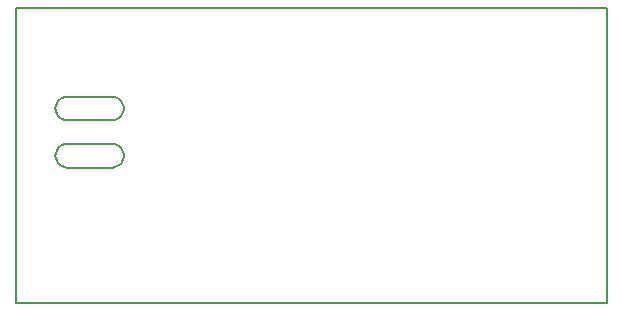
<source format=gm1>
G04 Layer_Color=16711935*
%FSLAX24Y24*%
%MOIN*%
G70*
G01*
G75*
%ADD10C,0.0080*%
D10*
X1620Y4537D02*
X1708Y4528D01*
X1537Y4567D02*
X1620Y4537D01*
X1463Y4613D02*
X1537Y4567D01*
X1400Y4676D02*
X1463Y4613D01*
X1353Y4750D02*
X1400Y4676D01*
X1324Y4834D02*
X1353Y4750D01*
X1314Y4921D02*
X1324Y4834D01*
X1314Y4921D02*
X1324Y5009D01*
X1353Y5092D01*
X1400Y5167D01*
X1463Y5229D01*
X1537Y5276D01*
X1620Y5305D01*
X1708Y5315D01*
X3204D01*
X3286Y5306D01*
X3364Y5281D01*
X3436Y5240D01*
X3497Y5185D01*
X3545Y5118D01*
X3579Y5043D01*
X3596Y4962D01*
Y4880D02*
Y4962D01*
X3579Y4800D02*
X3596Y4880D01*
X3545Y4724D02*
X3579Y4800D01*
X3497Y4658D02*
X3545Y4724D01*
X3436Y4603D02*
X3497Y4658D01*
X3364Y4562D02*
X3436Y4603D01*
X3286Y4536D02*
X3364Y4562D01*
X3204Y4528D02*
X3286Y4536D01*
X1708Y4528D02*
X3204D01*
X1620Y6112D02*
X1708Y6102D01*
X1537Y6141D02*
X1620Y6112D01*
X1463Y6188D02*
X1537Y6141D01*
X1400Y6251D02*
X1463Y6188D01*
X1353Y6325D02*
X1400Y6251D01*
X1324Y6408D02*
X1353Y6325D01*
X1314Y6496D02*
X1324Y6408D01*
X1314Y6496D02*
X1324Y6584D01*
X1353Y6667D01*
X1400Y6742D01*
X1463Y6804D01*
X1537Y6851D01*
X1620Y6880D01*
X1708Y6890D01*
X3204D01*
X3286Y6881D01*
X3364Y6856D01*
X3436Y6815D01*
X3497Y6760D01*
X3545Y6693D01*
X3579Y6618D01*
X3596Y6537D01*
Y6455D02*
Y6537D01*
X3579Y6374D02*
X3596Y6455D01*
X3545Y6299D02*
X3579Y6374D01*
X3497Y6233D02*
X3545Y6299D01*
X3436Y6178D02*
X3497Y6233D01*
X3364Y6136D02*
X3436Y6178D01*
X3286Y6111D02*
X3364Y6136D01*
X3204Y6102D02*
X3286Y6111D01*
X1708Y6102D02*
X3204D01*
X0Y0D02*
X19685D01*
Y9843D01*
X0D02*
X19685D01*
X0Y0D02*
Y9843D01*
Y0D02*
X19685D01*
Y9843D01*
X0D02*
X19685D01*
X0Y0D02*
Y9843D01*
M02*

</source>
